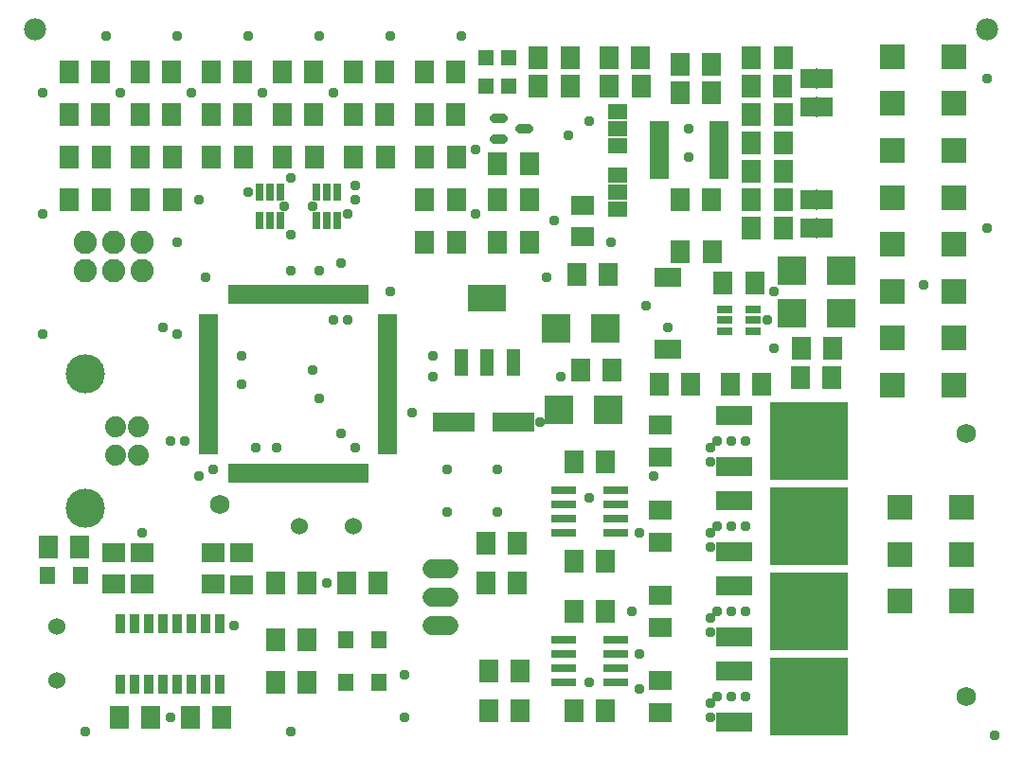
<source format=gbr>
G04 EAGLE Gerber X2 export*
%TF.Part,Single*%
%TF.FileFunction,Soldermask,Top,1*%
%TF.FilePolarity,Negative*%
%TF.GenerationSoftware,Autodesk,EAGLE,8.7.1*%
%TF.CreationDate,2018-04-19T12:08:15Z*%
G75*
%MOMM*%
%FSLAX34Y34*%
%LPD*%
%AMOC8*
5,1,8,0,0,1.08239X$1,22.5*%
G01*
%ADD10C,1.981200*%
%ADD11C,1.727200*%
%ADD12R,1.803200X2.003200*%
%ADD13R,2.003200X1.803200*%
%ADD14R,1.403200X1.603200*%
%ADD15R,1.703200X0.553200*%
%ADD16R,0.553200X1.703200*%
%ADD17R,2.184400X0.762000*%
%ADD18C,1.879600*%
%ADD19C,3.505200*%
%ADD20C,2.082800*%
%ADD21R,1.803200X2.006200*%
%ADD22R,2.006200X1.803200*%
%ADD23R,0.838200X1.727200*%
%ADD24C,1.524000*%
%ADD25R,3.203200X1.803200*%
%ADD26R,6.903200X6.903200*%
%ADD27R,2.303200X2.303200*%
%ADD28R,0.762000X1.524000*%
%ADD29C,0.853200*%
%ADD30R,1.703200X0.653200*%
%ADD31R,1.371600X1.803400*%
%ADD32R,0.152400X1.828800*%
%ADD33R,1.803400X1.371600*%
%ADD34R,1.403200X1.403200*%
%ADD35R,1.403200X0.753200*%
%ADD36R,2.403200X1.803200*%
%ADD37R,2.603200X2.603200*%
%ADD38R,1.153200X2.353200*%
%ADD39R,3.453200X2.353200*%
%ADD40R,3.703200X1.803200*%
%ADD41C,1.727200*%
%ADD42C,0.959600*%


D10*
X19050Y647700D03*
X869950Y647700D03*
D11*
X850900Y50800D03*
X850900Y285750D03*
X184150Y222250D03*
D12*
X367000Y609600D03*
X395000Y609600D03*
X240000Y571500D03*
X268000Y571500D03*
X303500Y609600D03*
X331500Y609600D03*
X303500Y571500D03*
X331500Y571500D03*
X121950Y31750D03*
X93950Y31750D03*
X325150Y152400D03*
X297150Y152400D03*
X233650Y152400D03*
X261650Y152400D03*
D13*
X177800Y179100D03*
X177800Y151100D03*
X88900Y151100D03*
X88900Y179100D03*
X114300Y151100D03*
X114300Y179100D03*
D12*
X367000Y571500D03*
X395000Y571500D03*
X185450Y31750D03*
X157450Y31750D03*
X176500Y609600D03*
X204500Y609600D03*
X176500Y571500D03*
X204500Y571500D03*
X49500Y609600D03*
X77500Y609600D03*
X49500Y571500D03*
X77500Y571500D03*
X113000Y609600D03*
X141000Y609600D03*
X113000Y571500D03*
X141000Y571500D03*
X240000Y609600D03*
X268000Y609600D03*
D14*
X326150Y101600D03*
X296150Y101600D03*
X326150Y63500D03*
X296150Y63500D03*
D15*
X174000Y390200D03*
X174000Y385200D03*
X174000Y380200D03*
X174000Y375200D03*
X174000Y370200D03*
X174000Y365200D03*
X174000Y360200D03*
X174000Y355200D03*
X174000Y350200D03*
X174000Y345200D03*
X174000Y340200D03*
X174000Y335200D03*
X174000Y330200D03*
X174000Y325200D03*
X174000Y320200D03*
X174000Y315200D03*
X174000Y310200D03*
X174000Y305200D03*
X174000Y300200D03*
X174000Y295200D03*
X174000Y290200D03*
X174000Y285200D03*
X174000Y280200D03*
X174000Y275200D03*
X174000Y270200D03*
D16*
X194000Y250200D03*
X199000Y250200D03*
X204000Y250200D03*
X209000Y250200D03*
X214000Y250200D03*
X219000Y250200D03*
X224000Y250200D03*
X229000Y250200D03*
X234000Y250200D03*
X239000Y250200D03*
X244000Y250200D03*
X249000Y250200D03*
X254000Y250200D03*
X259000Y250200D03*
X264000Y250200D03*
X269000Y250200D03*
X274000Y250200D03*
X279000Y250200D03*
X284000Y250200D03*
X289000Y250200D03*
X294000Y250200D03*
X299000Y250200D03*
X304000Y250200D03*
X309000Y250200D03*
X314000Y250200D03*
D15*
X334000Y270200D03*
X334000Y275200D03*
X334000Y280200D03*
X334000Y285200D03*
X334000Y290200D03*
X334000Y295200D03*
X334000Y300200D03*
X334000Y305200D03*
X334000Y310200D03*
X334000Y315200D03*
X334000Y320200D03*
X334000Y325200D03*
X334000Y330200D03*
X334000Y335200D03*
X334000Y340200D03*
X334000Y345200D03*
X334000Y350200D03*
X334000Y355200D03*
X334000Y360200D03*
X334000Y365200D03*
X334000Y370200D03*
X334000Y375200D03*
X334000Y380200D03*
X334000Y385200D03*
X334000Y390200D03*
D16*
X314000Y410200D03*
X309000Y410200D03*
X304000Y410200D03*
X299000Y410200D03*
X294000Y410200D03*
X289000Y410200D03*
X284000Y410200D03*
X279000Y410200D03*
X274000Y410200D03*
X269000Y410200D03*
X264000Y410200D03*
X259000Y410200D03*
X254000Y410200D03*
X249000Y410200D03*
X244000Y410200D03*
X239000Y410200D03*
X234000Y410200D03*
X229000Y410200D03*
X224000Y410200D03*
X219000Y410200D03*
X214000Y410200D03*
X209000Y410200D03*
X204000Y410200D03*
X199000Y410200D03*
X194000Y410200D03*
D17*
X490728Y234950D03*
X490728Y222250D03*
X490728Y209550D03*
X490728Y196850D03*
X537972Y196850D03*
X537972Y209550D03*
X537972Y222250D03*
X537972Y234950D03*
X490728Y101600D03*
X490728Y88900D03*
X490728Y76200D03*
X490728Y63500D03*
X537972Y63500D03*
X537972Y76200D03*
X537972Y88900D03*
X537972Y101600D03*
D18*
X110612Y266900D03*
X110612Y291900D03*
X90800Y291900D03*
X90800Y266900D03*
D19*
X63622Y219202D03*
X63622Y339598D03*
D20*
X63500Y431800D03*
X63500Y457200D03*
X88900Y431800D03*
X88900Y457200D03*
X114300Y431800D03*
X114300Y457200D03*
D21*
X233430Y63500D03*
X261870Y63500D03*
X449830Y187960D03*
X421390Y187960D03*
X528570Y260350D03*
X500130Y260350D03*
X500130Y171450D03*
X528570Y171450D03*
X449830Y152400D03*
X421390Y152400D03*
X452370Y73660D03*
X423930Y73660D03*
X528570Y127000D03*
X500130Y127000D03*
X500130Y38100D03*
X528570Y38100D03*
X452370Y38100D03*
X423930Y38100D03*
D22*
X203200Y179320D03*
X203200Y150880D03*
D21*
X395220Y533400D03*
X366780Y533400D03*
X204720Y533400D03*
X176280Y533400D03*
X77720Y533400D03*
X49280Y533400D03*
X141220Y533400D03*
X112780Y533400D03*
X268220Y533400D03*
X239780Y533400D03*
X331720Y533400D03*
X303280Y533400D03*
X112780Y495300D03*
X141220Y495300D03*
X77720Y495300D03*
X49280Y495300D03*
X395220Y495300D03*
X366780Y495300D03*
X366780Y457200D03*
X395220Y457200D03*
X233430Y101600D03*
X261870Y101600D03*
D23*
X171450Y115850D03*
X146050Y61950D03*
X184150Y115850D03*
X158750Y115850D03*
X146050Y115850D03*
X158750Y61950D03*
X133350Y61950D03*
X120650Y61950D03*
X120650Y115850D03*
X95250Y61950D03*
X133350Y115850D03*
X107950Y115850D03*
X107950Y61950D03*
X95250Y115850D03*
X171450Y61950D03*
X184150Y61950D03*
D24*
X38100Y64770D03*
X38100Y113030D03*
X255270Y203200D03*
X303530Y203200D03*
D25*
X643750Y73800D03*
X643750Y27800D03*
D26*
X710250Y50800D03*
D22*
X577850Y65020D03*
X577850Y36580D03*
D25*
X643750Y150000D03*
X643750Y104000D03*
D26*
X710250Y127000D03*
D22*
X577850Y141220D03*
X577850Y112780D03*
D25*
X643750Y226200D03*
X643750Y180200D03*
D26*
X710250Y203200D03*
D22*
X577850Y217420D03*
X577850Y188980D03*
D25*
X643750Y302400D03*
X643750Y256400D03*
D26*
X710250Y279400D03*
D22*
X577850Y293620D03*
X577850Y265180D03*
D27*
X846650Y219800D03*
X846650Y177800D03*
X846650Y135800D03*
X791650Y135800D03*
X791650Y177800D03*
X791650Y219800D03*
X840300Y623250D03*
X840300Y581250D03*
X840300Y539250D03*
X840300Y497250D03*
X840300Y455250D03*
X840300Y413250D03*
X840300Y371250D03*
X840300Y329250D03*
X785300Y497250D03*
X785300Y455250D03*
X785300Y413250D03*
X785300Y371250D03*
X785300Y329250D03*
X785300Y623250D03*
X785300Y581250D03*
X785300Y539250D03*
D28*
X270002Y476250D03*
X279400Y476250D03*
X288798Y476250D03*
X288798Y501650D03*
X279400Y501650D03*
X270002Y501650D03*
X219202Y476250D03*
X228600Y476250D03*
X237998Y476250D03*
X237998Y501650D03*
X228600Y501650D03*
X219202Y501650D03*
D29*
X429250Y568300D02*
X436750Y568300D01*
X436750Y549300D02*
X429250Y549300D01*
X452250Y558800D02*
X459750Y558800D01*
D21*
X431800Y495300D03*
X460240Y495300D03*
X431800Y457200D03*
X460240Y457200D03*
X431800Y527050D03*
X460240Y527050D03*
D30*
X576350Y561975D03*
X576350Y555625D03*
X576350Y549275D03*
X576350Y542925D03*
X576350Y536575D03*
X576350Y530225D03*
X576350Y523875D03*
X576350Y517525D03*
X630150Y517525D03*
X630150Y523875D03*
X630150Y530225D03*
X630150Y536575D03*
X630150Y542925D03*
X630150Y549275D03*
X630150Y555625D03*
X630150Y561975D03*
D12*
X623600Y590550D03*
X595600Y590550D03*
X560100Y622300D03*
X532100Y622300D03*
X623600Y615950D03*
X595600Y615950D03*
X595600Y495300D03*
X623600Y495300D03*
X659100Y596900D03*
X687100Y596900D03*
D31*
X725170Y495300D03*
X709930Y495300D03*
D32*
X717550Y495300D03*
D31*
X725170Y577850D03*
X709930Y577850D03*
D32*
X717550Y577850D03*
D31*
X725170Y469900D03*
X709930Y469900D03*
D32*
X717550Y469900D03*
D31*
X725170Y603250D03*
X709930Y603250D03*
D32*
X717550Y603250D03*
D33*
X539750Y543560D03*
X539750Y558800D03*
X539750Y574040D03*
X539750Y486410D03*
X539750Y501650D03*
X539750Y516890D03*
D34*
X442300Y622300D03*
X421300Y622300D03*
X442300Y596900D03*
X421300Y596900D03*
D21*
X687320Y520700D03*
X658880Y520700D03*
X687320Y495300D03*
X658880Y495300D03*
X687320Y571500D03*
X658880Y571500D03*
X687320Y546100D03*
X658880Y546100D03*
X496820Y622300D03*
X468380Y622300D03*
X496820Y596900D03*
X468380Y596900D03*
X687320Y469900D03*
X658880Y469900D03*
X687320Y622300D03*
X658880Y622300D03*
X560320Y596900D03*
X531880Y596900D03*
D22*
X508000Y462030D03*
X508000Y490470D03*
D35*
X660700Y377850D03*
X660700Y387350D03*
X660700Y396850D03*
X634700Y396850D03*
X634700Y387350D03*
X634700Y377850D03*
D36*
X584200Y425700D03*
X584200Y361700D03*
D37*
X695550Y431800D03*
X739550Y431800D03*
X739550Y393700D03*
X695550Y393700D03*
D12*
X731550Y361950D03*
X703550Y361950D03*
X731042Y336042D03*
X703042Y336042D03*
X530890Y427990D03*
X502890Y427990D03*
D21*
X661920Y420370D03*
X633480Y420370D03*
X595380Y448310D03*
X623820Y448310D03*
X668270Y330200D03*
X639830Y330200D03*
D12*
X576550Y330200D03*
X604550Y330200D03*
D38*
X399910Y349460D03*
X422910Y349460D03*
X445910Y349460D03*
D39*
X422910Y407460D03*
D12*
X505938Y342900D03*
X533938Y342900D03*
D37*
X487270Y307340D03*
X531270Y307340D03*
X484730Y379730D03*
X528730Y379730D03*
D40*
X446608Y295910D03*
X392608Y295910D03*
D41*
X388620Y114300D02*
X373380Y114300D01*
X373380Y139700D02*
X388620Y139700D01*
X388620Y165100D02*
X373380Y165100D01*
D14*
X59450Y158750D03*
X29450Y158750D03*
D21*
X58670Y184150D03*
X30230Y184150D03*
D42*
X654050Y279400D03*
X641350Y279400D03*
X628650Y279400D03*
X622300Y273050D03*
X622300Y260350D03*
X654050Y203200D03*
X641350Y203200D03*
X628650Y203200D03*
X622300Y196850D03*
X622300Y184150D03*
X654050Y127000D03*
X641350Y127000D03*
X628650Y127000D03*
X622300Y120650D03*
X622300Y107950D03*
X654050Y50800D03*
X641350Y50800D03*
X628650Y50800D03*
X622300Y44450D03*
X622300Y31750D03*
X139700Y31750D03*
X279400Y152400D03*
X196850Y114300D03*
X114300Y196850D03*
X203200Y330200D03*
X285750Y387350D03*
X234950Y273050D03*
X400050Y641350D03*
X336550Y641350D03*
X273050Y641350D03*
X209550Y641350D03*
X146050Y641350D03*
X82550Y641350D03*
X241300Y488950D03*
X266700Y488950D03*
X266700Y342900D03*
X552450Y127000D03*
X603250Y533400D03*
X514350Y63500D03*
X514350Y228600D03*
X476250Y425450D03*
X374650Y336550D03*
X374650Y355600D03*
X387350Y254000D03*
X387350Y215900D03*
X431800Y215900D03*
X431800Y254000D03*
X146050Y457200D03*
X171450Y425450D03*
X336550Y412750D03*
X25400Y482600D03*
X25400Y374650D03*
X869950Y603250D03*
X869950Y469900D03*
X482600Y476250D03*
X412750Y539750D03*
X273050Y431800D03*
X349250Y69850D03*
X349250Y31750D03*
X247650Y19050D03*
X63500Y19050D03*
X812800Y419100D03*
X565150Y400050D03*
X679450Y361950D03*
X679450Y412750D03*
X177800Y254000D03*
X203200Y355600D03*
X298450Y387350D03*
X273050Y317500D03*
X215900Y273050D03*
X165100Y247650D03*
X298450Y482600D03*
X603250Y558800D03*
X533400Y457200D03*
X488950Y336550D03*
X469646Y295910D03*
X209550Y501650D03*
X247650Y431800D03*
X158750Y590550D03*
X25400Y590550D03*
X247650Y463550D03*
X165100Y495300D03*
X95250Y590550D03*
X222250Y590550D03*
X285750Y590550D03*
X876554Y15748D03*
X247650Y514350D03*
X292100Y438150D03*
X558800Y57150D03*
X571500Y247650D03*
X558800Y88900D03*
X139700Y279400D03*
X146050Y374650D03*
X152400Y279400D03*
X133350Y381000D03*
X558800Y196850D03*
X292100Y285750D03*
X304800Y495300D03*
X514350Y565150D03*
X304800Y273050D03*
X304800Y508000D03*
X495300Y552450D03*
X355600Y304800D03*
X412750Y482600D03*
X673100Y387350D03*
X584200Y381000D03*
M02*

</source>
